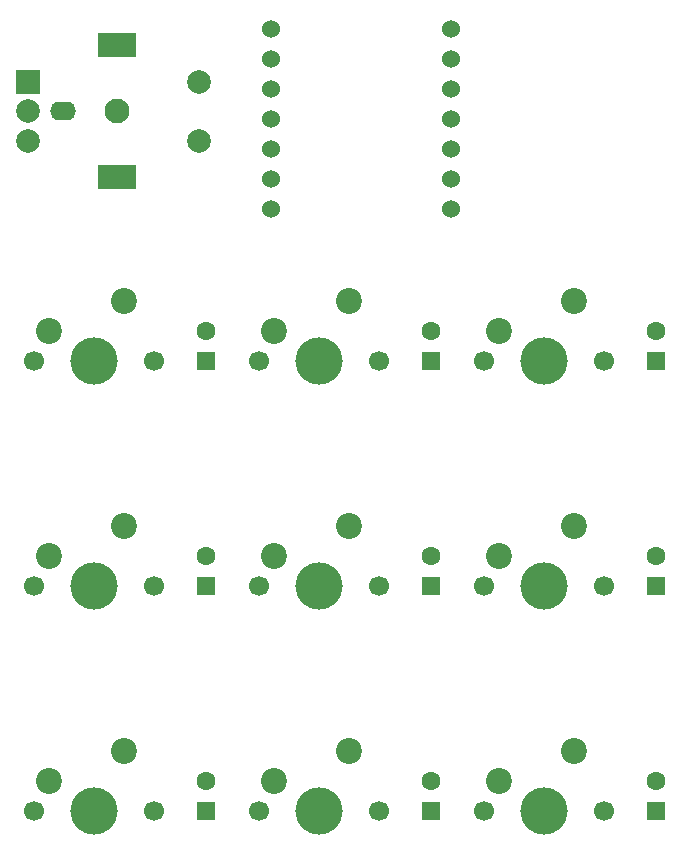
<source format=gbr>
%TF.GenerationSoftware,KiCad,Pcbnew,9.0.2*%
%TF.CreationDate,2025-06-03T16:25:14-04:00*%
%TF.ProjectId,HackpadAllan,4861636b-7061-4644-916c-6c616e2e6b69,rev?*%
%TF.SameCoordinates,Original*%
%TF.FileFunction,Soldermask,Top*%
%TF.FilePolarity,Negative*%
%FSLAX46Y46*%
G04 Gerber Fmt 4.6, Leading zero omitted, Abs format (unit mm)*
G04 Created by KiCad (PCBNEW 9.0.2) date 2025-06-03 16:25:14*
%MOMM*%
%LPD*%
G01*
G04 APERTURE LIST*
G04 Aperture macros list*
%AMRoundRect*
0 Rectangle with rounded corners*
0 $1 Rounding radius*
0 $2 $3 $4 $5 $6 $7 $8 $9 X,Y pos of 4 corners*
0 Add a 4 corners polygon primitive as box body*
4,1,4,$2,$3,$4,$5,$6,$7,$8,$9,$2,$3,0*
0 Add four circle primitives for the rounded corners*
1,1,$1+$1,$2,$3*
1,1,$1+$1,$4,$5*
1,1,$1+$1,$6,$7*
1,1,$1+$1,$8,$9*
0 Add four rect primitives between the rounded corners*
20,1,$1+$1,$2,$3,$4,$5,0*
20,1,$1+$1,$4,$5,$6,$7,0*
20,1,$1+$1,$6,$7,$8,$9,0*
20,1,$1+$1,$8,$9,$2,$3,0*%
G04 Aperture macros list end*
%ADD10C,1.700000*%
%ADD11C,4.000000*%
%ADD12C,2.200000*%
%ADD13O,2.200000X1.600000*%
%ADD14C,2.100000*%
%ADD15R,2.000000X2.000000*%
%ADD16C,2.000000*%
%ADD17R,3.200000X2.000000*%
%ADD18RoundRect,0.250000X0.550000X-0.550000X0.550000X0.550000X-0.550000X0.550000X-0.550000X-0.550000X0*%
%ADD19C,1.600000*%
%ADD20C,1.524000*%
G04 APERTURE END LIST*
D10*
%TO.C,SW4*%
X125870000Y-107050000D03*
D11*
X130950000Y-107050000D03*
D10*
X136030000Y-107050000D03*
D12*
X133490000Y-101970000D03*
X127140000Y-104510000D03*
%TD*%
D10*
%TO.C,SW5*%
X144920000Y-107050000D03*
D11*
X150000000Y-107050000D03*
D10*
X155080000Y-107050000D03*
D12*
X152540000Y-101970000D03*
X146190000Y-104510000D03*
%TD*%
D10*
%TO.C,SW8*%
X144920000Y-126100000D03*
D11*
X150000000Y-126100000D03*
D10*
X155080000Y-126100000D03*
D12*
X152540000Y-121020000D03*
X146190000Y-123560000D03*
%TD*%
D10*
%TO.C,SW3*%
X163970000Y-88000000D03*
D11*
X169050000Y-88000000D03*
D10*
X174130000Y-88000000D03*
D12*
X171590000Y-82920000D03*
X165240000Y-85460000D03*
%TD*%
D10*
%TO.C,SW2*%
X144920000Y-88000000D03*
D11*
X150000000Y-88000000D03*
D10*
X155080000Y-88000000D03*
D12*
X152540000Y-82920000D03*
X146190000Y-85460000D03*
%TD*%
D10*
%TO.C,SW6*%
X163970000Y-107050000D03*
D11*
X169050000Y-107050000D03*
D10*
X174130000Y-107050000D03*
D12*
X171590000Y-101970000D03*
X165240000Y-104510000D03*
%TD*%
D13*
%TO.C,SW10*%
X128393750Y-66850000D03*
D14*
X132893750Y-66850000D03*
D15*
X125393750Y-64350000D03*
D16*
X125393750Y-69350000D03*
X125393750Y-66850000D03*
D17*
X132893750Y-61250000D03*
X132893750Y-72450000D03*
D16*
X139893750Y-69350000D03*
X139893750Y-64350000D03*
%TD*%
D10*
%TO.C,SW7*%
X125870000Y-126100000D03*
D11*
X130950000Y-126100000D03*
D10*
X136030000Y-126100000D03*
D12*
X133490000Y-121020000D03*
X127140000Y-123560000D03*
%TD*%
D10*
%TO.C,SW1*%
X125870000Y-88000000D03*
D11*
X130950000Y-88000000D03*
D10*
X136030000Y-88000000D03*
D12*
X133490000Y-82920000D03*
X127140000Y-85460000D03*
%TD*%
D10*
%TO.C,SW9*%
X163970000Y-126100000D03*
D11*
X169050000Y-126100000D03*
D10*
X174130000Y-126100000D03*
D12*
X171590000Y-121020000D03*
X165240000Y-123560000D03*
%TD*%
D18*
%TO.C,D7*%
X140475000Y-126100000D03*
D19*
X140475000Y-123560000D03*
%TD*%
D18*
%TO.C,D3*%
X178575000Y-88000000D03*
D19*
X178575000Y-85460000D03*
%TD*%
D18*
%TO.C,D4*%
X140475000Y-107050000D03*
D19*
X140475000Y-104510000D03*
%TD*%
D18*
%TO.C,D5*%
X159525000Y-107050000D03*
D19*
X159525000Y-104510000D03*
%TD*%
D18*
%TO.C,D9*%
X178575000Y-126100000D03*
D19*
X178575000Y-123560000D03*
%TD*%
D18*
%TO.C,D8*%
X159525000Y-126100000D03*
D19*
X159525000Y-123560000D03*
%TD*%
D18*
%TO.C,D1*%
X140475000Y-88000000D03*
D19*
X140475000Y-85460000D03*
%TD*%
D20*
%TO.C,U1*%
X161210000Y-59868500D03*
X161210000Y-62408500D03*
X161210000Y-64948500D03*
X161210000Y-67488500D03*
X161210000Y-70028500D03*
X161210000Y-72568500D03*
X161210000Y-75108500D03*
X145970000Y-75108500D03*
X145970000Y-72568500D03*
X145970000Y-70028500D03*
X145970000Y-67488500D03*
X145970000Y-64948500D03*
X145970000Y-62408500D03*
X145970000Y-59868500D03*
%TD*%
D18*
%TO.C,D2*%
X159525000Y-88000000D03*
D19*
X159525000Y-85460000D03*
%TD*%
D18*
%TO.C,D6*%
X178575000Y-107050000D03*
D19*
X178575000Y-104510000D03*
%TD*%
M02*

</source>
